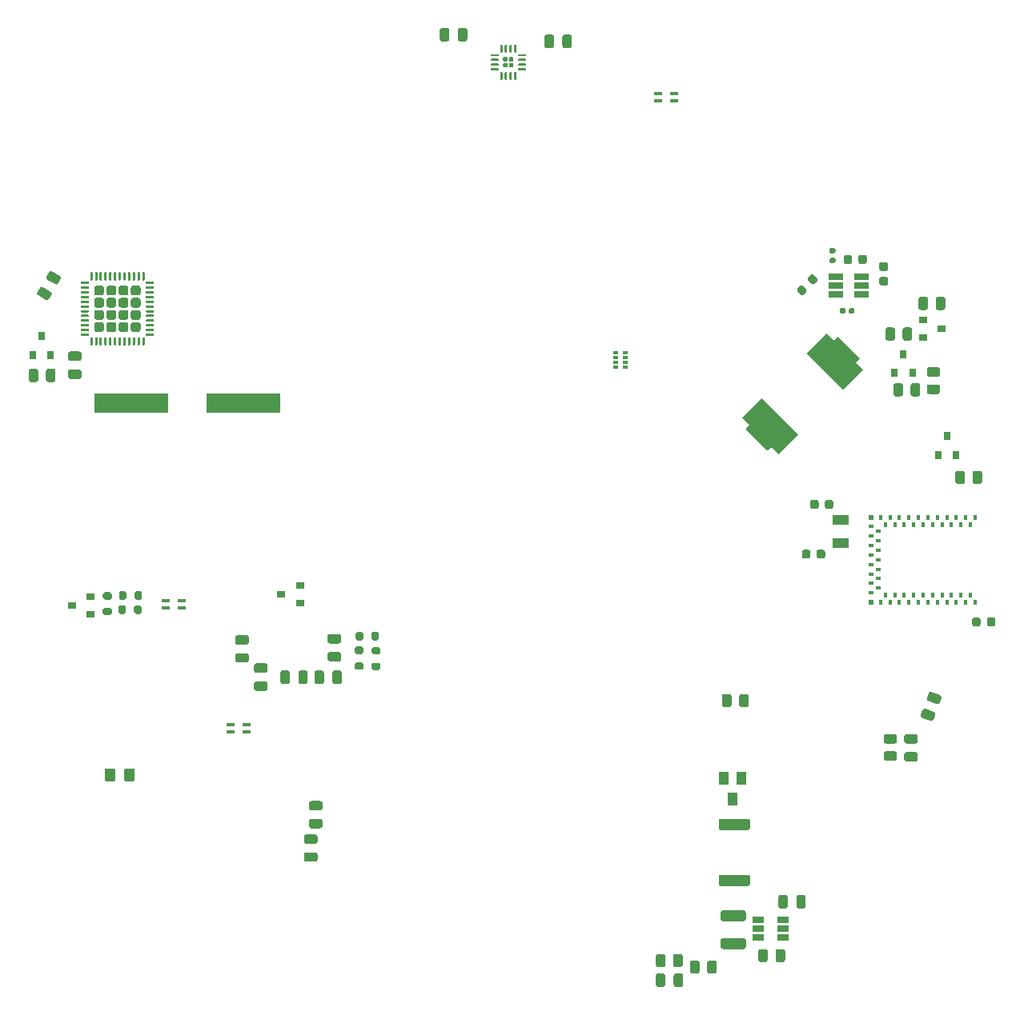
<source format=gbr>
G04 #@! TF.GenerationSoftware,KiCad,Pcbnew,(5.1.7)-1*
G04 #@! TF.CreationDate,2020-12-23T08:23:27-08:00*
G04 #@! TF.ProjectId,LCP_Controller,4c43505f-436f-46e7-9472-6f6c6c65722e,rev?*
G04 #@! TF.SameCoordinates,Original*
G04 #@! TF.FileFunction,Paste,Bot*
G04 #@! TF.FilePolarity,Positive*
%FSLAX46Y46*%
G04 Gerber Fmt 4.6, Leading zero omitted, Abs format (unit mm)*
G04 Created by KiCad (PCBNEW (5.1.7)-1) date 2020-12-23 08:23:27*
%MOMM*%
%LPD*%
G01*
G04 APERTURE LIST*
%ADD10R,0.400000X0.600000*%
%ADD11R,0.600000X0.600000*%
%ADD12R,0.600000X0.400000*%
%ADD13C,0.100000*%
%ADD14R,0.500000X0.400000*%
%ADD15R,0.500000X0.300000*%
%ADD16R,7.875000X2.000000*%
%ADD17R,1.800000X1.000000*%
%ADD18R,1.220000X0.650000*%
%ADD19R,1.560000X0.650000*%
%ADD20R,0.900000X0.400000*%
%ADD21R,0.900000X0.800000*%
%ADD22R,0.800000X0.900000*%
%ADD23R,1.000000X1.400000*%
G04 APERTURE END LIST*
D10*
X233324579Y-139218517D03*
X232824579Y-140018517D03*
X232324579Y-139218517D03*
X231824579Y-140018517D03*
X231324579Y-139218517D03*
X230824579Y-140018517D03*
X230324579Y-139218517D03*
X229824579Y-140018517D03*
X229324579Y-139218517D03*
X228824579Y-140018517D03*
X228324579Y-139218517D03*
X227824579Y-140018517D03*
X227324579Y-139218517D03*
X226824579Y-140018517D03*
X226324579Y-139218517D03*
X225824579Y-140018517D03*
X225324579Y-139218517D03*
X224824579Y-140018517D03*
X224324579Y-139218517D03*
X223824579Y-140018517D03*
X223324579Y-139218517D03*
D11*
X222324579Y-139218517D03*
D12*
X222324579Y-140218517D03*
X223124579Y-140718517D03*
X222324579Y-141218517D03*
X223124579Y-141718517D03*
X222324579Y-142218517D03*
X223124579Y-142718517D03*
X222324579Y-143218517D03*
X223124579Y-143718517D03*
X222324579Y-144218517D03*
X223124579Y-144718517D03*
X222324579Y-145218517D03*
X223124579Y-145718517D03*
X222324579Y-146218517D03*
X223124579Y-146718517D03*
X222324579Y-147218517D03*
D11*
X222324579Y-148218517D03*
D10*
X223324579Y-148218517D03*
X223824579Y-147418517D03*
X224324579Y-148218517D03*
X224824579Y-147418517D03*
X225324579Y-148218517D03*
X225824579Y-147418517D03*
X226324579Y-148218517D03*
X226824579Y-147418517D03*
X227324579Y-148218517D03*
X227824579Y-147418517D03*
X228324579Y-148218517D03*
X228824579Y-147418517D03*
X229324579Y-148218517D03*
X229824579Y-147418517D03*
X230324579Y-148218517D03*
X230824579Y-147418517D03*
X231324579Y-148218517D03*
X231824579Y-147418517D03*
X232324579Y-148218517D03*
X232824579Y-147418517D03*
X233324579Y-148218517D03*
D13*
G36*
X219401979Y-125689376D02*
G01*
X219393335Y-125693996D01*
X219383955Y-125696842D01*
X219374201Y-125697802D01*
X219364447Y-125696842D01*
X219355067Y-125693996D01*
X219346423Y-125689376D01*
X219338846Y-125683158D01*
X215567138Y-121911450D01*
X215560920Y-121903873D01*
X215556300Y-121895229D01*
X215553454Y-121885849D01*
X215552494Y-121876095D01*
X215553454Y-121866341D01*
X215556300Y-121856961D01*
X215560920Y-121848317D01*
X215567138Y-121840740D01*
X217632597Y-119775281D01*
X217640174Y-119769062D01*
X217648818Y-119764442D01*
X217658199Y-119761597D01*
X217667952Y-119760637D01*
X217677706Y-119761597D01*
X217687087Y-119764442D01*
X217695730Y-119769062D01*
X217703308Y-119775281D01*
X218431274Y-120503247D01*
X218800030Y-120134491D01*
X218807608Y-120128273D01*
X218816251Y-120123652D01*
X218825632Y-120120807D01*
X218835386Y-120119847D01*
X218845139Y-120120807D01*
X218854520Y-120123652D01*
X218863164Y-120128273D01*
X218870741Y-120134491D01*
X221115805Y-122379555D01*
X221122023Y-122387132D01*
X221126644Y-122395776D01*
X221129489Y-122405157D01*
X221130449Y-122414910D01*
X221129489Y-122424664D01*
X221126644Y-122434045D01*
X221122023Y-122442688D01*
X221115805Y-122450266D01*
X220747049Y-122819022D01*
X221475015Y-123546988D01*
X221481234Y-123554566D01*
X221485854Y-123563209D01*
X221488699Y-123572590D01*
X221489659Y-123582344D01*
X221488699Y-123592097D01*
X221485854Y-123601478D01*
X221481234Y-123610122D01*
X221475015Y-123617699D01*
X219409556Y-125683158D01*
X219401979Y-125689376D01*
G37*
G36*
X212576984Y-132514372D02*
G01*
X212568340Y-132518992D01*
X212558959Y-132521837D01*
X212549206Y-132522797D01*
X212539452Y-132521837D01*
X212530071Y-132518992D01*
X212521428Y-132514372D01*
X212513850Y-132508153D01*
X211785884Y-131780187D01*
X211417128Y-132148943D01*
X211409550Y-132155161D01*
X211400907Y-132159782D01*
X211391526Y-132162627D01*
X211381772Y-132163587D01*
X211372019Y-132162627D01*
X211362638Y-132159782D01*
X211353994Y-132155161D01*
X211346417Y-132148943D01*
X209101353Y-129903879D01*
X209095135Y-129896302D01*
X209090514Y-129887658D01*
X209087669Y-129878277D01*
X209086709Y-129868524D01*
X209087669Y-129858770D01*
X209090514Y-129849389D01*
X209095135Y-129840746D01*
X209101353Y-129833168D01*
X209470109Y-129464412D01*
X208742143Y-128736446D01*
X208735924Y-128728868D01*
X208731304Y-128720225D01*
X208728459Y-128710844D01*
X208727499Y-128701090D01*
X208728459Y-128691337D01*
X208731304Y-128681956D01*
X208735924Y-128673312D01*
X208742143Y-128665735D01*
X210762700Y-126645177D01*
X210770278Y-126638959D01*
X210778921Y-126634339D01*
X210788302Y-126631493D01*
X210798056Y-126630533D01*
X210807810Y-126631493D01*
X210817190Y-126634339D01*
X210825834Y-126638959D01*
X210833411Y-126645177D01*
X214605119Y-130416885D01*
X214611337Y-130424462D01*
X214615957Y-130433106D01*
X214618803Y-130442486D01*
X214619763Y-130452240D01*
X214618803Y-130461994D01*
X214615957Y-130471375D01*
X214611337Y-130480018D01*
X214605119Y-130487596D01*
X212584561Y-132508153D01*
X212576984Y-132514372D01*
G37*
D14*
X196342000Y-121801000D03*
D15*
X196342000Y-122301000D03*
D14*
X196342000Y-123301000D03*
D15*
X196342000Y-122801000D03*
D14*
X195342000Y-121801000D03*
D15*
X195342000Y-122801000D03*
X195342000Y-122301000D03*
D14*
X195342000Y-123301000D03*
D16*
X144081500Y-127127000D03*
X155956500Y-127127000D03*
D17*
X219138500Y-141986000D03*
X219138500Y-139486000D03*
G36*
G01*
X144036000Y-115492500D02*
X144036000Y-114952500D01*
G75*
G02*
X144286000Y-114702500I250000J0D01*
G01*
X144826000Y-114702500D01*
G75*
G02*
X145076000Y-114952500I0J-250000D01*
G01*
X145076000Y-115492500D01*
G75*
G02*
X144826000Y-115742500I-250000J0D01*
G01*
X144286000Y-115742500D01*
G75*
G02*
X144036000Y-115492500I0J250000D01*
G01*
G37*
G36*
G01*
X144036000Y-116782500D02*
X144036000Y-116242500D01*
G75*
G02*
X144286000Y-115992500I250000J0D01*
G01*
X144826000Y-115992500D01*
G75*
G02*
X145076000Y-116242500I0J-250000D01*
G01*
X145076000Y-116782500D01*
G75*
G02*
X144826000Y-117032500I-250000J0D01*
G01*
X144286000Y-117032500D01*
G75*
G02*
X144036000Y-116782500I0J250000D01*
G01*
G37*
G36*
G01*
X144036000Y-118072500D02*
X144036000Y-117532500D01*
G75*
G02*
X144286000Y-117282500I250000J0D01*
G01*
X144826000Y-117282500D01*
G75*
G02*
X145076000Y-117532500I0J-250000D01*
G01*
X145076000Y-118072500D01*
G75*
G02*
X144826000Y-118322500I-250000J0D01*
G01*
X144286000Y-118322500D01*
G75*
G02*
X144036000Y-118072500I0J250000D01*
G01*
G37*
G36*
G01*
X144036000Y-119362500D02*
X144036000Y-118822500D01*
G75*
G02*
X144286000Y-118572500I250000J0D01*
G01*
X144826000Y-118572500D01*
G75*
G02*
X145076000Y-118822500I0J-250000D01*
G01*
X145076000Y-119362500D01*
G75*
G02*
X144826000Y-119612500I-250000J0D01*
G01*
X144286000Y-119612500D01*
G75*
G02*
X144036000Y-119362500I0J250000D01*
G01*
G37*
G36*
G01*
X142746000Y-115492500D02*
X142746000Y-114952500D01*
G75*
G02*
X142996000Y-114702500I250000J0D01*
G01*
X143536000Y-114702500D01*
G75*
G02*
X143786000Y-114952500I0J-250000D01*
G01*
X143786000Y-115492500D01*
G75*
G02*
X143536000Y-115742500I-250000J0D01*
G01*
X142996000Y-115742500D01*
G75*
G02*
X142746000Y-115492500I0J250000D01*
G01*
G37*
G36*
G01*
X142746000Y-116782500D02*
X142746000Y-116242500D01*
G75*
G02*
X142996000Y-115992500I250000J0D01*
G01*
X143536000Y-115992500D01*
G75*
G02*
X143786000Y-116242500I0J-250000D01*
G01*
X143786000Y-116782500D01*
G75*
G02*
X143536000Y-117032500I-250000J0D01*
G01*
X142996000Y-117032500D01*
G75*
G02*
X142746000Y-116782500I0J250000D01*
G01*
G37*
G36*
G01*
X142746000Y-118072500D02*
X142746000Y-117532500D01*
G75*
G02*
X142996000Y-117282500I250000J0D01*
G01*
X143536000Y-117282500D01*
G75*
G02*
X143786000Y-117532500I0J-250000D01*
G01*
X143786000Y-118072500D01*
G75*
G02*
X143536000Y-118322500I-250000J0D01*
G01*
X142996000Y-118322500D01*
G75*
G02*
X142746000Y-118072500I0J250000D01*
G01*
G37*
G36*
G01*
X142746000Y-119362500D02*
X142746000Y-118822500D01*
G75*
G02*
X142996000Y-118572500I250000J0D01*
G01*
X143536000Y-118572500D01*
G75*
G02*
X143786000Y-118822500I0J-250000D01*
G01*
X143786000Y-119362500D01*
G75*
G02*
X143536000Y-119612500I-250000J0D01*
G01*
X142996000Y-119612500D01*
G75*
G02*
X142746000Y-119362500I0J250000D01*
G01*
G37*
G36*
G01*
X141456000Y-115492500D02*
X141456000Y-114952500D01*
G75*
G02*
X141706000Y-114702500I250000J0D01*
G01*
X142246000Y-114702500D01*
G75*
G02*
X142496000Y-114952500I0J-250000D01*
G01*
X142496000Y-115492500D01*
G75*
G02*
X142246000Y-115742500I-250000J0D01*
G01*
X141706000Y-115742500D01*
G75*
G02*
X141456000Y-115492500I0J250000D01*
G01*
G37*
G36*
G01*
X141456000Y-116782500D02*
X141456000Y-116242500D01*
G75*
G02*
X141706000Y-115992500I250000J0D01*
G01*
X142246000Y-115992500D01*
G75*
G02*
X142496000Y-116242500I0J-250000D01*
G01*
X142496000Y-116782500D01*
G75*
G02*
X142246000Y-117032500I-250000J0D01*
G01*
X141706000Y-117032500D01*
G75*
G02*
X141456000Y-116782500I0J250000D01*
G01*
G37*
G36*
G01*
X141456000Y-118072500D02*
X141456000Y-117532500D01*
G75*
G02*
X141706000Y-117282500I250000J0D01*
G01*
X142246000Y-117282500D01*
G75*
G02*
X142496000Y-117532500I0J-250000D01*
G01*
X142496000Y-118072500D01*
G75*
G02*
X142246000Y-118322500I-250000J0D01*
G01*
X141706000Y-118322500D01*
G75*
G02*
X141456000Y-118072500I0J250000D01*
G01*
G37*
G36*
G01*
X141456000Y-119362500D02*
X141456000Y-118822500D01*
G75*
G02*
X141706000Y-118572500I250000J0D01*
G01*
X142246000Y-118572500D01*
G75*
G02*
X142496000Y-118822500I0J-250000D01*
G01*
X142496000Y-119362500D01*
G75*
G02*
X142246000Y-119612500I-250000J0D01*
G01*
X141706000Y-119612500D01*
G75*
G02*
X141456000Y-119362500I0J250000D01*
G01*
G37*
G36*
G01*
X140166000Y-115492500D02*
X140166000Y-114952500D01*
G75*
G02*
X140416000Y-114702500I250000J0D01*
G01*
X140956000Y-114702500D01*
G75*
G02*
X141206000Y-114952500I0J-250000D01*
G01*
X141206000Y-115492500D01*
G75*
G02*
X140956000Y-115742500I-250000J0D01*
G01*
X140416000Y-115742500D01*
G75*
G02*
X140166000Y-115492500I0J250000D01*
G01*
G37*
G36*
G01*
X140166000Y-116782500D02*
X140166000Y-116242500D01*
G75*
G02*
X140416000Y-115992500I250000J0D01*
G01*
X140956000Y-115992500D01*
G75*
G02*
X141206000Y-116242500I0J-250000D01*
G01*
X141206000Y-116782500D01*
G75*
G02*
X140956000Y-117032500I-250000J0D01*
G01*
X140416000Y-117032500D01*
G75*
G02*
X140166000Y-116782500I0J250000D01*
G01*
G37*
G36*
G01*
X140166000Y-118072500D02*
X140166000Y-117532500D01*
G75*
G02*
X140416000Y-117282500I250000J0D01*
G01*
X140956000Y-117282500D01*
G75*
G02*
X141206000Y-117532500I0J-250000D01*
G01*
X141206000Y-118072500D01*
G75*
G02*
X140956000Y-118322500I-250000J0D01*
G01*
X140416000Y-118322500D01*
G75*
G02*
X140166000Y-118072500I0J250000D01*
G01*
G37*
G36*
G01*
X140166000Y-119362500D02*
X140166000Y-118822500D01*
G75*
G02*
X140416000Y-118572500I250000J0D01*
G01*
X140956000Y-118572500D01*
G75*
G02*
X141206000Y-118822500I0J-250000D01*
G01*
X141206000Y-119362500D01*
G75*
G02*
X140956000Y-119612500I-250000J0D01*
G01*
X140416000Y-119612500D01*
G75*
G02*
X140166000Y-119362500I0J250000D01*
G01*
G37*
G36*
G01*
X139746000Y-120970000D02*
X139746000Y-120220000D01*
G75*
G02*
X139808500Y-120157500I62500J0D01*
G01*
X139933500Y-120157500D01*
G75*
G02*
X139996000Y-120220000I0J-62500D01*
G01*
X139996000Y-120970000D01*
G75*
G02*
X139933500Y-121032500I-62500J0D01*
G01*
X139808500Y-121032500D01*
G75*
G02*
X139746000Y-120970000I0J62500D01*
G01*
G37*
G36*
G01*
X140246000Y-120970000D02*
X140246000Y-120220000D01*
G75*
G02*
X140308500Y-120157500I62500J0D01*
G01*
X140433500Y-120157500D01*
G75*
G02*
X140496000Y-120220000I0J-62500D01*
G01*
X140496000Y-120970000D01*
G75*
G02*
X140433500Y-121032500I-62500J0D01*
G01*
X140308500Y-121032500D01*
G75*
G02*
X140246000Y-120970000I0J62500D01*
G01*
G37*
G36*
G01*
X140746000Y-120970000D02*
X140746000Y-120220000D01*
G75*
G02*
X140808500Y-120157500I62500J0D01*
G01*
X140933500Y-120157500D01*
G75*
G02*
X140996000Y-120220000I0J-62500D01*
G01*
X140996000Y-120970000D01*
G75*
G02*
X140933500Y-121032500I-62500J0D01*
G01*
X140808500Y-121032500D01*
G75*
G02*
X140746000Y-120970000I0J62500D01*
G01*
G37*
G36*
G01*
X141246000Y-120970000D02*
X141246000Y-120220000D01*
G75*
G02*
X141308500Y-120157500I62500J0D01*
G01*
X141433500Y-120157500D01*
G75*
G02*
X141496000Y-120220000I0J-62500D01*
G01*
X141496000Y-120970000D01*
G75*
G02*
X141433500Y-121032500I-62500J0D01*
G01*
X141308500Y-121032500D01*
G75*
G02*
X141246000Y-120970000I0J62500D01*
G01*
G37*
G36*
G01*
X141746000Y-120970000D02*
X141746000Y-120220000D01*
G75*
G02*
X141808500Y-120157500I62500J0D01*
G01*
X141933500Y-120157500D01*
G75*
G02*
X141996000Y-120220000I0J-62500D01*
G01*
X141996000Y-120970000D01*
G75*
G02*
X141933500Y-121032500I-62500J0D01*
G01*
X141808500Y-121032500D01*
G75*
G02*
X141746000Y-120970000I0J62500D01*
G01*
G37*
G36*
G01*
X142246000Y-120970000D02*
X142246000Y-120220000D01*
G75*
G02*
X142308500Y-120157500I62500J0D01*
G01*
X142433500Y-120157500D01*
G75*
G02*
X142496000Y-120220000I0J-62500D01*
G01*
X142496000Y-120970000D01*
G75*
G02*
X142433500Y-121032500I-62500J0D01*
G01*
X142308500Y-121032500D01*
G75*
G02*
X142246000Y-120970000I0J62500D01*
G01*
G37*
G36*
G01*
X142746000Y-120970000D02*
X142746000Y-120220000D01*
G75*
G02*
X142808500Y-120157500I62500J0D01*
G01*
X142933500Y-120157500D01*
G75*
G02*
X142996000Y-120220000I0J-62500D01*
G01*
X142996000Y-120970000D01*
G75*
G02*
X142933500Y-121032500I-62500J0D01*
G01*
X142808500Y-121032500D01*
G75*
G02*
X142746000Y-120970000I0J62500D01*
G01*
G37*
G36*
G01*
X143246000Y-120970000D02*
X143246000Y-120220000D01*
G75*
G02*
X143308500Y-120157500I62500J0D01*
G01*
X143433500Y-120157500D01*
G75*
G02*
X143496000Y-120220000I0J-62500D01*
G01*
X143496000Y-120970000D01*
G75*
G02*
X143433500Y-121032500I-62500J0D01*
G01*
X143308500Y-121032500D01*
G75*
G02*
X143246000Y-120970000I0J62500D01*
G01*
G37*
G36*
G01*
X143746000Y-120970000D02*
X143746000Y-120220000D01*
G75*
G02*
X143808500Y-120157500I62500J0D01*
G01*
X143933500Y-120157500D01*
G75*
G02*
X143996000Y-120220000I0J-62500D01*
G01*
X143996000Y-120970000D01*
G75*
G02*
X143933500Y-121032500I-62500J0D01*
G01*
X143808500Y-121032500D01*
G75*
G02*
X143746000Y-120970000I0J62500D01*
G01*
G37*
G36*
G01*
X144246000Y-120970000D02*
X144246000Y-120220000D01*
G75*
G02*
X144308500Y-120157500I62500J0D01*
G01*
X144433500Y-120157500D01*
G75*
G02*
X144496000Y-120220000I0J-62500D01*
G01*
X144496000Y-120970000D01*
G75*
G02*
X144433500Y-121032500I-62500J0D01*
G01*
X144308500Y-121032500D01*
G75*
G02*
X144246000Y-120970000I0J62500D01*
G01*
G37*
G36*
G01*
X144746000Y-120970000D02*
X144746000Y-120220000D01*
G75*
G02*
X144808500Y-120157500I62500J0D01*
G01*
X144933500Y-120157500D01*
G75*
G02*
X144996000Y-120220000I0J-62500D01*
G01*
X144996000Y-120970000D01*
G75*
G02*
X144933500Y-121032500I-62500J0D01*
G01*
X144808500Y-121032500D01*
G75*
G02*
X144746000Y-120970000I0J62500D01*
G01*
G37*
G36*
G01*
X145246000Y-120970000D02*
X145246000Y-120220000D01*
G75*
G02*
X145308500Y-120157500I62500J0D01*
G01*
X145433500Y-120157500D01*
G75*
G02*
X145496000Y-120220000I0J-62500D01*
G01*
X145496000Y-120970000D01*
G75*
G02*
X145433500Y-121032500I-62500J0D01*
G01*
X145308500Y-121032500D01*
G75*
G02*
X145246000Y-120970000I0J62500D01*
G01*
G37*
G36*
G01*
X145621000Y-119970000D02*
X145621000Y-119845000D01*
G75*
G02*
X145683500Y-119782500I62500J0D01*
G01*
X146433500Y-119782500D01*
G75*
G02*
X146496000Y-119845000I0J-62500D01*
G01*
X146496000Y-119970000D01*
G75*
G02*
X146433500Y-120032500I-62500J0D01*
G01*
X145683500Y-120032500D01*
G75*
G02*
X145621000Y-119970000I0J62500D01*
G01*
G37*
G36*
G01*
X145621000Y-119470000D02*
X145621000Y-119345000D01*
G75*
G02*
X145683500Y-119282500I62500J0D01*
G01*
X146433500Y-119282500D01*
G75*
G02*
X146496000Y-119345000I0J-62500D01*
G01*
X146496000Y-119470000D01*
G75*
G02*
X146433500Y-119532500I-62500J0D01*
G01*
X145683500Y-119532500D01*
G75*
G02*
X145621000Y-119470000I0J62500D01*
G01*
G37*
G36*
G01*
X145621000Y-118970000D02*
X145621000Y-118845000D01*
G75*
G02*
X145683500Y-118782500I62500J0D01*
G01*
X146433500Y-118782500D01*
G75*
G02*
X146496000Y-118845000I0J-62500D01*
G01*
X146496000Y-118970000D01*
G75*
G02*
X146433500Y-119032500I-62500J0D01*
G01*
X145683500Y-119032500D01*
G75*
G02*
X145621000Y-118970000I0J62500D01*
G01*
G37*
G36*
G01*
X145621000Y-118470000D02*
X145621000Y-118345000D01*
G75*
G02*
X145683500Y-118282500I62500J0D01*
G01*
X146433500Y-118282500D01*
G75*
G02*
X146496000Y-118345000I0J-62500D01*
G01*
X146496000Y-118470000D01*
G75*
G02*
X146433500Y-118532500I-62500J0D01*
G01*
X145683500Y-118532500D01*
G75*
G02*
X145621000Y-118470000I0J62500D01*
G01*
G37*
G36*
G01*
X145621000Y-117970000D02*
X145621000Y-117845000D01*
G75*
G02*
X145683500Y-117782500I62500J0D01*
G01*
X146433500Y-117782500D01*
G75*
G02*
X146496000Y-117845000I0J-62500D01*
G01*
X146496000Y-117970000D01*
G75*
G02*
X146433500Y-118032500I-62500J0D01*
G01*
X145683500Y-118032500D01*
G75*
G02*
X145621000Y-117970000I0J62500D01*
G01*
G37*
G36*
G01*
X145621000Y-117470000D02*
X145621000Y-117345000D01*
G75*
G02*
X145683500Y-117282500I62500J0D01*
G01*
X146433500Y-117282500D01*
G75*
G02*
X146496000Y-117345000I0J-62500D01*
G01*
X146496000Y-117470000D01*
G75*
G02*
X146433500Y-117532500I-62500J0D01*
G01*
X145683500Y-117532500D01*
G75*
G02*
X145621000Y-117470000I0J62500D01*
G01*
G37*
G36*
G01*
X145621000Y-116970000D02*
X145621000Y-116845000D01*
G75*
G02*
X145683500Y-116782500I62500J0D01*
G01*
X146433500Y-116782500D01*
G75*
G02*
X146496000Y-116845000I0J-62500D01*
G01*
X146496000Y-116970000D01*
G75*
G02*
X146433500Y-117032500I-62500J0D01*
G01*
X145683500Y-117032500D01*
G75*
G02*
X145621000Y-116970000I0J62500D01*
G01*
G37*
G36*
G01*
X145621000Y-116470000D02*
X145621000Y-116345000D01*
G75*
G02*
X145683500Y-116282500I62500J0D01*
G01*
X146433500Y-116282500D01*
G75*
G02*
X146496000Y-116345000I0J-62500D01*
G01*
X146496000Y-116470000D01*
G75*
G02*
X146433500Y-116532500I-62500J0D01*
G01*
X145683500Y-116532500D01*
G75*
G02*
X145621000Y-116470000I0J62500D01*
G01*
G37*
G36*
G01*
X145621000Y-115970000D02*
X145621000Y-115845000D01*
G75*
G02*
X145683500Y-115782500I62500J0D01*
G01*
X146433500Y-115782500D01*
G75*
G02*
X146496000Y-115845000I0J-62500D01*
G01*
X146496000Y-115970000D01*
G75*
G02*
X146433500Y-116032500I-62500J0D01*
G01*
X145683500Y-116032500D01*
G75*
G02*
X145621000Y-115970000I0J62500D01*
G01*
G37*
G36*
G01*
X145621000Y-115470000D02*
X145621000Y-115345000D01*
G75*
G02*
X145683500Y-115282500I62500J0D01*
G01*
X146433500Y-115282500D01*
G75*
G02*
X146496000Y-115345000I0J-62500D01*
G01*
X146496000Y-115470000D01*
G75*
G02*
X146433500Y-115532500I-62500J0D01*
G01*
X145683500Y-115532500D01*
G75*
G02*
X145621000Y-115470000I0J62500D01*
G01*
G37*
G36*
G01*
X145621000Y-114970000D02*
X145621000Y-114845000D01*
G75*
G02*
X145683500Y-114782500I62500J0D01*
G01*
X146433500Y-114782500D01*
G75*
G02*
X146496000Y-114845000I0J-62500D01*
G01*
X146496000Y-114970000D01*
G75*
G02*
X146433500Y-115032500I-62500J0D01*
G01*
X145683500Y-115032500D01*
G75*
G02*
X145621000Y-114970000I0J62500D01*
G01*
G37*
G36*
G01*
X145621000Y-114470000D02*
X145621000Y-114345000D01*
G75*
G02*
X145683500Y-114282500I62500J0D01*
G01*
X146433500Y-114282500D01*
G75*
G02*
X146496000Y-114345000I0J-62500D01*
G01*
X146496000Y-114470000D01*
G75*
G02*
X146433500Y-114532500I-62500J0D01*
G01*
X145683500Y-114532500D01*
G75*
G02*
X145621000Y-114470000I0J62500D01*
G01*
G37*
G36*
G01*
X145246000Y-114095000D02*
X145246000Y-113345000D01*
G75*
G02*
X145308500Y-113282500I62500J0D01*
G01*
X145433500Y-113282500D01*
G75*
G02*
X145496000Y-113345000I0J-62500D01*
G01*
X145496000Y-114095000D01*
G75*
G02*
X145433500Y-114157500I-62500J0D01*
G01*
X145308500Y-114157500D01*
G75*
G02*
X145246000Y-114095000I0J62500D01*
G01*
G37*
G36*
G01*
X144746000Y-114095000D02*
X144746000Y-113345000D01*
G75*
G02*
X144808500Y-113282500I62500J0D01*
G01*
X144933500Y-113282500D01*
G75*
G02*
X144996000Y-113345000I0J-62500D01*
G01*
X144996000Y-114095000D01*
G75*
G02*
X144933500Y-114157500I-62500J0D01*
G01*
X144808500Y-114157500D01*
G75*
G02*
X144746000Y-114095000I0J62500D01*
G01*
G37*
G36*
G01*
X144246000Y-114095000D02*
X144246000Y-113345000D01*
G75*
G02*
X144308500Y-113282500I62500J0D01*
G01*
X144433500Y-113282500D01*
G75*
G02*
X144496000Y-113345000I0J-62500D01*
G01*
X144496000Y-114095000D01*
G75*
G02*
X144433500Y-114157500I-62500J0D01*
G01*
X144308500Y-114157500D01*
G75*
G02*
X144246000Y-114095000I0J62500D01*
G01*
G37*
G36*
G01*
X143746000Y-114095000D02*
X143746000Y-113345000D01*
G75*
G02*
X143808500Y-113282500I62500J0D01*
G01*
X143933500Y-113282500D01*
G75*
G02*
X143996000Y-113345000I0J-62500D01*
G01*
X143996000Y-114095000D01*
G75*
G02*
X143933500Y-114157500I-62500J0D01*
G01*
X143808500Y-114157500D01*
G75*
G02*
X143746000Y-114095000I0J62500D01*
G01*
G37*
G36*
G01*
X143246000Y-114095000D02*
X143246000Y-113345000D01*
G75*
G02*
X143308500Y-113282500I62500J0D01*
G01*
X143433500Y-113282500D01*
G75*
G02*
X143496000Y-113345000I0J-62500D01*
G01*
X143496000Y-114095000D01*
G75*
G02*
X143433500Y-114157500I-62500J0D01*
G01*
X143308500Y-114157500D01*
G75*
G02*
X143246000Y-114095000I0J62500D01*
G01*
G37*
G36*
G01*
X142746000Y-114095000D02*
X142746000Y-113345000D01*
G75*
G02*
X142808500Y-113282500I62500J0D01*
G01*
X142933500Y-113282500D01*
G75*
G02*
X142996000Y-113345000I0J-62500D01*
G01*
X142996000Y-114095000D01*
G75*
G02*
X142933500Y-114157500I-62500J0D01*
G01*
X142808500Y-114157500D01*
G75*
G02*
X142746000Y-114095000I0J62500D01*
G01*
G37*
G36*
G01*
X142246000Y-114095000D02*
X142246000Y-113345000D01*
G75*
G02*
X142308500Y-113282500I62500J0D01*
G01*
X142433500Y-113282500D01*
G75*
G02*
X142496000Y-113345000I0J-62500D01*
G01*
X142496000Y-114095000D01*
G75*
G02*
X142433500Y-114157500I-62500J0D01*
G01*
X142308500Y-114157500D01*
G75*
G02*
X142246000Y-114095000I0J62500D01*
G01*
G37*
G36*
G01*
X141746000Y-114095000D02*
X141746000Y-113345000D01*
G75*
G02*
X141808500Y-113282500I62500J0D01*
G01*
X141933500Y-113282500D01*
G75*
G02*
X141996000Y-113345000I0J-62500D01*
G01*
X141996000Y-114095000D01*
G75*
G02*
X141933500Y-114157500I-62500J0D01*
G01*
X141808500Y-114157500D01*
G75*
G02*
X141746000Y-114095000I0J62500D01*
G01*
G37*
G36*
G01*
X141246000Y-114095000D02*
X141246000Y-113345000D01*
G75*
G02*
X141308500Y-113282500I62500J0D01*
G01*
X141433500Y-113282500D01*
G75*
G02*
X141496000Y-113345000I0J-62500D01*
G01*
X141496000Y-114095000D01*
G75*
G02*
X141433500Y-114157500I-62500J0D01*
G01*
X141308500Y-114157500D01*
G75*
G02*
X141246000Y-114095000I0J62500D01*
G01*
G37*
G36*
G01*
X140746000Y-114095000D02*
X140746000Y-113345000D01*
G75*
G02*
X140808500Y-113282500I62500J0D01*
G01*
X140933500Y-113282500D01*
G75*
G02*
X140996000Y-113345000I0J-62500D01*
G01*
X140996000Y-114095000D01*
G75*
G02*
X140933500Y-114157500I-62500J0D01*
G01*
X140808500Y-114157500D01*
G75*
G02*
X140746000Y-114095000I0J62500D01*
G01*
G37*
G36*
G01*
X140246000Y-114095000D02*
X140246000Y-113345000D01*
G75*
G02*
X140308500Y-113282500I62500J0D01*
G01*
X140433500Y-113282500D01*
G75*
G02*
X140496000Y-113345000I0J-62500D01*
G01*
X140496000Y-114095000D01*
G75*
G02*
X140433500Y-114157500I-62500J0D01*
G01*
X140308500Y-114157500D01*
G75*
G02*
X140246000Y-114095000I0J62500D01*
G01*
G37*
G36*
G01*
X139746000Y-114095000D02*
X139746000Y-113345000D01*
G75*
G02*
X139808500Y-113282500I62500J0D01*
G01*
X139933500Y-113282500D01*
G75*
G02*
X139996000Y-113345000I0J-62500D01*
G01*
X139996000Y-114095000D01*
G75*
G02*
X139933500Y-114157500I-62500J0D01*
G01*
X139808500Y-114157500D01*
G75*
G02*
X139746000Y-114095000I0J62500D01*
G01*
G37*
G36*
G01*
X138746000Y-114470000D02*
X138746000Y-114345000D01*
G75*
G02*
X138808500Y-114282500I62500J0D01*
G01*
X139558500Y-114282500D01*
G75*
G02*
X139621000Y-114345000I0J-62500D01*
G01*
X139621000Y-114470000D01*
G75*
G02*
X139558500Y-114532500I-62500J0D01*
G01*
X138808500Y-114532500D01*
G75*
G02*
X138746000Y-114470000I0J62500D01*
G01*
G37*
G36*
G01*
X138746000Y-114970000D02*
X138746000Y-114845000D01*
G75*
G02*
X138808500Y-114782500I62500J0D01*
G01*
X139558500Y-114782500D01*
G75*
G02*
X139621000Y-114845000I0J-62500D01*
G01*
X139621000Y-114970000D01*
G75*
G02*
X139558500Y-115032500I-62500J0D01*
G01*
X138808500Y-115032500D01*
G75*
G02*
X138746000Y-114970000I0J62500D01*
G01*
G37*
G36*
G01*
X138746000Y-115470000D02*
X138746000Y-115345000D01*
G75*
G02*
X138808500Y-115282500I62500J0D01*
G01*
X139558500Y-115282500D01*
G75*
G02*
X139621000Y-115345000I0J-62500D01*
G01*
X139621000Y-115470000D01*
G75*
G02*
X139558500Y-115532500I-62500J0D01*
G01*
X138808500Y-115532500D01*
G75*
G02*
X138746000Y-115470000I0J62500D01*
G01*
G37*
G36*
G01*
X138746000Y-115970000D02*
X138746000Y-115845000D01*
G75*
G02*
X138808500Y-115782500I62500J0D01*
G01*
X139558500Y-115782500D01*
G75*
G02*
X139621000Y-115845000I0J-62500D01*
G01*
X139621000Y-115970000D01*
G75*
G02*
X139558500Y-116032500I-62500J0D01*
G01*
X138808500Y-116032500D01*
G75*
G02*
X138746000Y-115970000I0J62500D01*
G01*
G37*
G36*
G01*
X138746000Y-116470000D02*
X138746000Y-116345000D01*
G75*
G02*
X138808500Y-116282500I62500J0D01*
G01*
X139558500Y-116282500D01*
G75*
G02*
X139621000Y-116345000I0J-62500D01*
G01*
X139621000Y-116470000D01*
G75*
G02*
X139558500Y-116532500I-62500J0D01*
G01*
X138808500Y-116532500D01*
G75*
G02*
X138746000Y-116470000I0J62500D01*
G01*
G37*
G36*
G01*
X138746000Y-116970000D02*
X138746000Y-116845000D01*
G75*
G02*
X138808500Y-116782500I62500J0D01*
G01*
X139558500Y-116782500D01*
G75*
G02*
X139621000Y-116845000I0J-62500D01*
G01*
X139621000Y-116970000D01*
G75*
G02*
X139558500Y-117032500I-62500J0D01*
G01*
X138808500Y-117032500D01*
G75*
G02*
X138746000Y-116970000I0J62500D01*
G01*
G37*
G36*
G01*
X138746000Y-117470000D02*
X138746000Y-117345000D01*
G75*
G02*
X138808500Y-117282500I62500J0D01*
G01*
X139558500Y-117282500D01*
G75*
G02*
X139621000Y-117345000I0J-62500D01*
G01*
X139621000Y-117470000D01*
G75*
G02*
X139558500Y-117532500I-62500J0D01*
G01*
X138808500Y-117532500D01*
G75*
G02*
X138746000Y-117470000I0J62500D01*
G01*
G37*
G36*
G01*
X138746000Y-117970000D02*
X138746000Y-117845000D01*
G75*
G02*
X138808500Y-117782500I62500J0D01*
G01*
X139558500Y-117782500D01*
G75*
G02*
X139621000Y-117845000I0J-62500D01*
G01*
X139621000Y-117970000D01*
G75*
G02*
X139558500Y-118032500I-62500J0D01*
G01*
X138808500Y-118032500D01*
G75*
G02*
X138746000Y-117970000I0J62500D01*
G01*
G37*
G36*
G01*
X138746000Y-118470000D02*
X138746000Y-118345000D01*
G75*
G02*
X138808500Y-118282500I62500J0D01*
G01*
X139558500Y-118282500D01*
G75*
G02*
X139621000Y-118345000I0J-62500D01*
G01*
X139621000Y-118470000D01*
G75*
G02*
X139558500Y-118532500I-62500J0D01*
G01*
X138808500Y-118532500D01*
G75*
G02*
X138746000Y-118470000I0J62500D01*
G01*
G37*
G36*
G01*
X138746000Y-118970000D02*
X138746000Y-118845000D01*
G75*
G02*
X138808500Y-118782500I62500J0D01*
G01*
X139558500Y-118782500D01*
G75*
G02*
X139621000Y-118845000I0J-62500D01*
G01*
X139621000Y-118970000D01*
G75*
G02*
X139558500Y-119032500I-62500J0D01*
G01*
X138808500Y-119032500D01*
G75*
G02*
X138746000Y-118970000I0J62500D01*
G01*
G37*
G36*
G01*
X138746000Y-119470000D02*
X138746000Y-119345000D01*
G75*
G02*
X138808500Y-119282500I62500J0D01*
G01*
X139558500Y-119282500D01*
G75*
G02*
X139621000Y-119345000I0J-62500D01*
G01*
X139621000Y-119470000D01*
G75*
G02*
X139558500Y-119532500I-62500J0D01*
G01*
X138808500Y-119532500D01*
G75*
G02*
X138746000Y-119470000I0J62500D01*
G01*
G37*
G36*
G01*
X138746000Y-119970000D02*
X138746000Y-119845000D01*
G75*
G02*
X138808500Y-119782500I62500J0D01*
G01*
X139558500Y-119782500D01*
G75*
G02*
X139621000Y-119845000I0J-62500D01*
G01*
X139621000Y-119970000D01*
G75*
G02*
X139558500Y-120032500I-62500J0D01*
G01*
X138808500Y-120032500D01*
G75*
G02*
X138746000Y-119970000I0J62500D01*
G01*
G37*
D18*
X210409579Y-181823517D03*
X210409579Y-182773517D03*
X210409579Y-183723517D03*
X213029579Y-183723517D03*
X213029579Y-182773517D03*
X213029579Y-181823517D03*
D19*
X221288600Y-114681000D03*
X221288600Y-115631000D03*
X221288600Y-113731000D03*
X218588600Y-113731000D03*
X218588600Y-114681000D03*
X218588600Y-115631000D03*
G36*
G01*
X184019500Y-90874000D02*
X184019500Y-90624000D01*
G75*
G02*
X184144500Y-90499000I125000J0D01*
G01*
X184394500Y-90499000D01*
G75*
G02*
X184519500Y-90624000I0J-125000D01*
G01*
X184519500Y-90874000D01*
G75*
G02*
X184394500Y-90999000I-125000J0D01*
G01*
X184144500Y-90999000D01*
G75*
G02*
X184019500Y-90874000I0J125000D01*
G01*
G37*
G36*
G01*
X184019500Y-91494000D02*
X184019500Y-91244000D01*
G75*
G02*
X184144500Y-91119000I125000J0D01*
G01*
X184394500Y-91119000D01*
G75*
G02*
X184519500Y-91244000I0J-125000D01*
G01*
X184519500Y-91494000D01*
G75*
G02*
X184394500Y-91619000I-125000J0D01*
G01*
X184144500Y-91619000D01*
G75*
G02*
X184019500Y-91494000I0J125000D01*
G01*
G37*
G36*
G01*
X183399500Y-90874000D02*
X183399500Y-90624000D01*
G75*
G02*
X183524500Y-90499000I125000J0D01*
G01*
X183774500Y-90499000D01*
G75*
G02*
X183899500Y-90624000I0J-125000D01*
G01*
X183899500Y-90874000D01*
G75*
G02*
X183774500Y-90999000I-125000J0D01*
G01*
X183524500Y-90999000D01*
G75*
G02*
X183399500Y-90874000I0J125000D01*
G01*
G37*
G36*
G01*
X183399500Y-91494000D02*
X183399500Y-91244000D01*
G75*
G02*
X183524500Y-91119000I125000J0D01*
G01*
X183774500Y-91119000D01*
G75*
G02*
X183899500Y-91244000I0J-125000D01*
G01*
X183899500Y-91494000D01*
G75*
G02*
X183774500Y-91619000I-125000J0D01*
G01*
X183524500Y-91619000D01*
G75*
G02*
X183399500Y-91494000I0J125000D01*
G01*
G37*
G36*
G01*
X183084500Y-92846500D02*
X183084500Y-92146500D01*
G75*
G02*
X183147000Y-92084000I62500J0D01*
G01*
X183272000Y-92084000D01*
G75*
G02*
X183334500Y-92146500I0J-62500D01*
G01*
X183334500Y-92846500D01*
G75*
G02*
X183272000Y-92909000I-62500J0D01*
G01*
X183147000Y-92909000D01*
G75*
G02*
X183084500Y-92846500I0J62500D01*
G01*
G37*
G36*
G01*
X183584500Y-92846500D02*
X183584500Y-92146500D01*
G75*
G02*
X183647000Y-92084000I62500J0D01*
G01*
X183772000Y-92084000D01*
G75*
G02*
X183834500Y-92146500I0J-62500D01*
G01*
X183834500Y-92846500D01*
G75*
G02*
X183772000Y-92909000I-62500J0D01*
G01*
X183647000Y-92909000D01*
G75*
G02*
X183584500Y-92846500I0J62500D01*
G01*
G37*
G36*
G01*
X184084500Y-92846500D02*
X184084500Y-92146500D01*
G75*
G02*
X184147000Y-92084000I62500J0D01*
G01*
X184272000Y-92084000D01*
G75*
G02*
X184334500Y-92146500I0J-62500D01*
G01*
X184334500Y-92846500D01*
G75*
G02*
X184272000Y-92909000I-62500J0D01*
G01*
X184147000Y-92909000D01*
G75*
G02*
X184084500Y-92846500I0J62500D01*
G01*
G37*
G36*
G01*
X184584500Y-92846500D02*
X184584500Y-92146500D01*
G75*
G02*
X184647000Y-92084000I62500J0D01*
G01*
X184772000Y-92084000D01*
G75*
G02*
X184834500Y-92146500I0J-62500D01*
G01*
X184834500Y-92846500D01*
G75*
G02*
X184772000Y-92909000I-62500J0D01*
G01*
X184647000Y-92909000D01*
G75*
G02*
X184584500Y-92846500I0J62500D01*
G01*
G37*
G36*
G01*
X184984500Y-91871500D02*
X184984500Y-91746500D01*
G75*
G02*
X185047000Y-91684000I62500J0D01*
G01*
X185747000Y-91684000D01*
G75*
G02*
X185809500Y-91746500I0J-62500D01*
G01*
X185809500Y-91871500D01*
G75*
G02*
X185747000Y-91934000I-62500J0D01*
G01*
X185047000Y-91934000D01*
G75*
G02*
X184984500Y-91871500I0J62500D01*
G01*
G37*
G36*
G01*
X184984500Y-91371500D02*
X184984500Y-91246500D01*
G75*
G02*
X185047000Y-91184000I62500J0D01*
G01*
X185747000Y-91184000D01*
G75*
G02*
X185809500Y-91246500I0J-62500D01*
G01*
X185809500Y-91371500D01*
G75*
G02*
X185747000Y-91434000I-62500J0D01*
G01*
X185047000Y-91434000D01*
G75*
G02*
X184984500Y-91371500I0J62500D01*
G01*
G37*
G36*
G01*
X184984500Y-90871500D02*
X184984500Y-90746500D01*
G75*
G02*
X185047000Y-90684000I62500J0D01*
G01*
X185747000Y-90684000D01*
G75*
G02*
X185809500Y-90746500I0J-62500D01*
G01*
X185809500Y-90871500D01*
G75*
G02*
X185747000Y-90934000I-62500J0D01*
G01*
X185047000Y-90934000D01*
G75*
G02*
X184984500Y-90871500I0J62500D01*
G01*
G37*
G36*
G01*
X184984500Y-90371500D02*
X184984500Y-90246500D01*
G75*
G02*
X185047000Y-90184000I62500J0D01*
G01*
X185747000Y-90184000D01*
G75*
G02*
X185809500Y-90246500I0J-62500D01*
G01*
X185809500Y-90371500D01*
G75*
G02*
X185747000Y-90434000I-62500J0D01*
G01*
X185047000Y-90434000D01*
G75*
G02*
X184984500Y-90371500I0J62500D01*
G01*
G37*
G36*
G01*
X184584500Y-89971500D02*
X184584500Y-89271500D01*
G75*
G02*
X184647000Y-89209000I62500J0D01*
G01*
X184772000Y-89209000D01*
G75*
G02*
X184834500Y-89271500I0J-62500D01*
G01*
X184834500Y-89971500D01*
G75*
G02*
X184772000Y-90034000I-62500J0D01*
G01*
X184647000Y-90034000D01*
G75*
G02*
X184584500Y-89971500I0J62500D01*
G01*
G37*
G36*
G01*
X184084500Y-89971500D02*
X184084500Y-89271500D01*
G75*
G02*
X184147000Y-89209000I62500J0D01*
G01*
X184272000Y-89209000D01*
G75*
G02*
X184334500Y-89271500I0J-62500D01*
G01*
X184334500Y-89971500D01*
G75*
G02*
X184272000Y-90034000I-62500J0D01*
G01*
X184147000Y-90034000D01*
G75*
G02*
X184084500Y-89971500I0J62500D01*
G01*
G37*
G36*
G01*
X183584500Y-89971500D02*
X183584500Y-89271500D01*
G75*
G02*
X183647000Y-89209000I62500J0D01*
G01*
X183772000Y-89209000D01*
G75*
G02*
X183834500Y-89271500I0J-62500D01*
G01*
X183834500Y-89971500D01*
G75*
G02*
X183772000Y-90034000I-62500J0D01*
G01*
X183647000Y-90034000D01*
G75*
G02*
X183584500Y-89971500I0J62500D01*
G01*
G37*
G36*
G01*
X183084500Y-89971500D02*
X183084500Y-89271500D01*
G75*
G02*
X183147000Y-89209000I62500J0D01*
G01*
X183272000Y-89209000D01*
G75*
G02*
X183334500Y-89271500I0J-62500D01*
G01*
X183334500Y-89971500D01*
G75*
G02*
X183272000Y-90034000I-62500J0D01*
G01*
X183147000Y-90034000D01*
G75*
G02*
X183084500Y-89971500I0J62500D01*
G01*
G37*
G36*
G01*
X182109500Y-90371500D02*
X182109500Y-90246500D01*
G75*
G02*
X182172000Y-90184000I62500J0D01*
G01*
X182872000Y-90184000D01*
G75*
G02*
X182934500Y-90246500I0J-62500D01*
G01*
X182934500Y-90371500D01*
G75*
G02*
X182872000Y-90434000I-62500J0D01*
G01*
X182172000Y-90434000D01*
G75*
G02*
X182109500Y-90371500I0J62500D01*
G01*
G37*
G36*
G01*
X182109500Y-90871500D02*
X182109500Y-90746500D01*
G75*
G02*
X182172000Y-90684000I62500J0D01*
G01*
X182872000Y-90684000D01*
G75*
G02*
X182934500Y-90746500I0J-62500D01*
G01*
X182934500Y-90871500D01*
G75*
G02*
X182872000Y-90934000I-62500J0D01*
G01*
X182172000Y-90934000D01*
G75*
G02*
X182109500Y-90871500I0J62500D01*
G01*
G37*
G36*
G01*
X182109500Y-91371500D02*
X182109500Y-91246500D01*
G75*
G02*
X182172000Y-91184000I62500J0D01*
G01*
X182872000Y-91184000D01*
G75*
G02*
X182934500Y-91246500I0J-62500D01*
G01*
X182934500Y-91371500D01*
G75*
G02*
X182872000Y-91434000I-62500J0D01*
G01*
X182172000Y-91434000D01*
G75*
G02*
X182109500Y-91371500I0J62500D01*
G01*
G37*
G36*
G01*
X182109500Y-91871500D02*
X182109500Y-91746500D01*
G75*
G02*
X182172000Y-91684000I62500J0D01*
G01*
X182872000Y-91684000D01*
G75*
G02*
X182934500Y-91746500I0J-62500D01*
G01*
X182934500Y-91871500D01*
G75*
G02*
X182872000Y-91934000I-62500J0D01*
G01*
X182172000Y-91934000D01*
G75*
G02*
X182109500Y-91871500I0J62500D01*
G01*
G37*
D20*
X156273500Y-161963000D03*
X156273500Y-161163000D03*
X154573500Y-161163000D03*
X154573500Y-161963000D03*
X149428200Y-148856600D03*
X149428200Y-148056600D03*
X147728200Y-148056600D03*
X147728200Y-148856600D03*
X199810000Y-94342000D03*
X199810000Y-95142000D03*
X201510000Y-95142000D03*
X201510000Y-94342000D03*
G36*
G01*
X208362500Y-159073002D02*
X208362500Y-158172998D01*
G75*
G02*
X208612498Y-157923000I249998J0D01*
G01*
X209137502Y-157923000D01*
G75*
G02*
X209387500Y-158172998I0J-249998D01*
G01*
X209387500Y-159073002D01*
G75*
G02*
X209137502Y-159323000I-249998J0D01*
G01*
X208612498Y-159323000D01*
G75*
G02*
X208362500Y-159073002I0J249998D01*
G01*
G37*
G36*
G01*
X206537500Y-159073002D02*
X206537500Y-158172998D01*
G75*
G02*
X206787498Y-157923000I249998J0D01*
G01*
X207312502Y-157923000D01*
G75*
G02*
X207562500Y-158172998I0J-249998D01*
G01*
X207562500Y-159073002D01*
G75*
G02*
X207312502Y-159323000I-249998J0D01*
G01*
X206787498Y-159323000D01*
G75*
G02*
X206537500Y-159073002I0J249998D01*
G01*
G37*
G36*
G01*
X233040500Y-135451002D02*
X233040500Y-134550998D01*
G75*
G02*
X233290498Y-134301000I249998J0D01*
G01*
X233815502Y-134301000D01*
G75*
G02*
X234065500Y-134550998I0J-249998D01*
G01*
X234065500Y-135451002D01*
G75*
G02*
X233815502Y-135701000I-249998J0D01*
G01*
X233290498Y-135701000D01*
G75*
G02*
X233040500Y-135451002I0J249998D01*
G01*
G37*
G36*
G01*
X231215500Y-135451002D02*
X231215500Y-134550998D01*
G75*
G02*
X231465498Y-134301000I249998J0D01*
G01*
X231990502Y-134301000D01*
G75*
G02*
X232240500Y-134550998I0J-249998D01*
G01*
X232240500Y-135451002D01*
G75*
G02*
X231990502Y-135701000I-249998J0D01*
G01*
X231465498Y-135701000D01*
G75*
G02*
X231215500Y-135451002I0J249998D01*
G01*
G37*
G36*
G01*
X229150500Y-117036002D02*
X229150500Y-116135998D01*
G75*
G02*
X229400498Y-115886000I249998J0D01*
G01*
X229925502Y-115886000D01*
G75*
G02*
X230175500Y-116135998I0J-249998D01*
G01*
X230175500Y-117036002D01*
G75*
G02*
X229925502Y-117286000I-249998J0D01*
G01*
X229400498Y-117286000D01*
G75*
G02*
X229150500Y-117036002I0J249998D01*
G01*
G37*
G36*
G01*
X227325500Y-117036002D02*
X227325500Y-116135998D01*
G75*
G02*
X227575498Y-115886000I249998J0D01*
G01*
X228100502Y-115886000D01*
G75*
G02*
X228350500Y-116135998I0J-249998D01*
G01*
X228350500Y-117036002D01*
G75*
G02*
X228100502Y-117286000I-249998J0D01*
G01*
X227575498Y-117286000D01*
G75*
G02*
X227325500Y-117036002I0J249998D01*
G01*
G37*
G36*
G01*
X224858000Y-119374498D02*
X224858000Y-120274502D01*
G75*
G02*
X224608002Y-120524500I-249998J0D01*
G01*
X224082998Y-120524500D01*
G75*
G02*
X223833000Y-120274502I0J249998D01*
G01*
X223833000Y-119374498D01*
G75*
G02*
X224082998Y-119124500I249998J0D01*
G01*
X224608002Y-119124500D01*
G75*
G02*
X224858000Y-119374498I0J-249998D01*
G01*
G37*
G36*
G01*
X226683000Y-119374498D02*
X226683000Y-120274502D01*
G75*
G02*
X226433002Y-120524500I-249998J0D01*
G01*
X225907998Y-120524500D01*
G75*
G02*
X225658000Y-120274502I0J249998D01*
G01*
X225658000Y-119374498D01*
G75*
G02*
X225907998Y-119124500I249998J0D01*
G01*
X226433002Y-119124500D01*
G75*
G02*
X226683000Y-119374498I0J-249998D01*
G01*
G37*
G36*
G01*
X226500000Y-126180002D02*
X226500000Y-125279998D01*
G75*
G02*
X226749998Y-125030000I249998J0D01*
G01*
X227275002Y-125030000D01*
G75*
G02*
X227525000Y-125279998I0J-249998D01*
G01*
X227525000Y-126180002D01*
G75*
G02*
X227275002Y-126430000I-249998J0D01*
G01*
X226749998Y-126430000D01*
G75*
G02*
X226500000Y-126180002I0J249998D01*
G01*
G37*
G36*
G01*
X224675000Y-126180002D02*
X224675000Y-125279998D01*
G75*
G02*
X224924998Y-125030000I249998J0D01*
G01*
X225450002Y-125030000D01*
G75*
G02*
X225700000Y-125279998I0J-249998D01*
G01*
X225700000Y-126180002D01*
G75*
G02*
X225450002Y-126430000I-249998J0D01*
G01*
X224924998Y-126430000D01*
G75*
G02*
X224675000Y-126180002I0J249998D01*
G01*
G37*
G36*
G01*
X229367502Y-124354000D02*
X228467498Y-124354000D01*
G75*
G02*
X228217500Y-124104002I0J249998D01*
G01*
X228217500Y-123578998D01*
G75*
G02*
X228467498Y-123329000I249998J0D01*
G01*
X229367502Y-123329000D01*
G75*
G02*
X229617500Y-123578998I0J-249998D01*
G01*
X229617500Y-124104002D01*
G75*
G02*
X229367502Y-124354000I-249998J0D01*
G01*
G37*
G36*
G01*
X229367502Y-126179000D02*
X228467498Y-126179000D01*
G75*
G02*
X228217500Y-125929002I0J249998D01*
G01*
X228217500Y-125403998D01*
G75*
G02*
X228467498Y-125154000I249998J0D01*
G01*
X229367502Y-125154000D01*
G75*
G02*
X229617500Y-125403998I0J-249998D01*
G01*
X229617500Y-125929002D01*
G75*
G02*
X229367502Y-126179000I-249998J0D01*
G01*
G37*
G36*
G01*
X135060000Y-124656002D02*
X135060000Y-123755998D01*
G75*
G02*
X135309998Y-123506000I249998J0D01*
G01*
X135835002Y-123506000D01*
G75*
G02*
X136085000Y-123755998I0J-249998D01*
G01*
X136085000Y-124656002D01*
G75*
G02*
X135835002Y-124906000I-249998J0D01*
G01*
X135309998Y-124906000D01*
G75*
G02*
X135060000Y-124656002I0J249998D01*
G01*
G37*
G36*
G01*
X133235000Y-124656002D02*
X133235000Y-123755998D01*
G75*
G02*
X133484998Y-123506000I249998J0D01*
G01*
X134010002Y-123506000D01*
G75*
G02*
X134260000Y-123755998I0J-249998D01*
G01*
X134260000Y-124656002D01*
G75*
G02*
X134010002Y-124906000I-249998J0D01*
G01*
X133484998Y-124906000D01*
G75*
G02*
X133235000Y-124656002I0J249998D01*
G01*
G37*
G36*
G01*
X223904177Y-163981317D02*
X224804181Y-163981317D01*
G75*
G02*
X225054179Y-164231315I0J-249998D01*
G01*
X225054179Y-164756319D01*
G75*
G02*
X224804181Y-165006317I-249998J0D01*
G01*
X223904177Y-165006317D01*
G75*
G02*
X223654179Y-164756319I0J249998D01*
G01*
X223654179Y-164231315D01*
G75*
G02*
X223904177Y-163981317I249998J0D01*
G01*
G37*
G36*
G01*
X223904177Y-162156317D02*
X224804181Y-162156317D01*
G75*
G02*
X225054179Y-162406315I0J-249998D01*
G01*
X225054179Y-162931319D01*
G75*
G02*
X224804181Y-163181317I-249998J0D01*
G01*
X223904177Y-163181317D01*
G75*
G02*
X223654179Y-162931319I0J249998D01*
G01*
X223654179Y-162406315D01*
G75*
G02*
X223904177Y-162156317I249998J0D01*
G01*
G37*
G36*
G01*
X169474200Y-152065400D02*
X169474200Y-151515400D01*
G75*
G02*
X169674200Y-151315400I200000J0D01*
G01*
X170074200Y-151315400D01*
G75*
G02*
X170274200Y-151515400I0J-200000D01*
G01*
X170274200Y-152065400D01*
G75*
G02*
X170074200Y-152265400I-200000J0D01*
G01*
X169674200Y-152265400D01*
G75*
G02*
X169474200Y-152065400I0J200000D01*
G01*
G37*
G36*
G01*
X167824200Y-152065400D02*
X167824200Y-151515400D01*
G75*
G02*
X168024200Y-151315400I200000J0D01*
G01*
X168424200Y-151315400D01*
G75*
G02*
X168624200Y-151515400I0J-200000D01*
G01*
X168624200Y-152065400D01*
G75*
G02*
X168424200Y-152265400I-200000J0D01*
G01*
X168024200Y-152265400D01*
G75*
G02*
X167824200Y-152065400I0J200000D01*
G01*
G37*
G36*
G01*
X141829200Y-147948600D02*
X141279200Y-147948600D01*
G75*
G02*
X141079200Y-147748600I0J200000D01*
G01*
X141079200Y-147348600D01*
G75*
G02*
X141279200Y-147148600I200000J0D01*
G01*
X141829200Y-147148600D01*
G75*
G02*
X142029200Y-147348600I0J-200000D01*
G01*
X142029200Y-147748600D01*
G75*
G02*
X141829200Y-147948600I-200000J0D01*
G01*
G37*
G36*
G01*
X141829200Y-149598600D02*
X141279200Y-149598600D01*
G75*
G02*
X141079200Y-149398600I0J200000D01*
G01*
X141079200Y-148998600D01*
G75*
G02*
X141279200Y-148798600I200000J0D01*
G01*
X141829200Y-148798600D01*
G75*
G02*
X142029200Y-148998600I0J-200000D01*
G01*
X142029200Y-149398600D01*
G75*
G02*
X141829200Y-149598600I-200000J0D01*
G01*
G37*
G36*
G01*
X167898400Y-154564400D02*
X168448400Y-154564400D01*
G75*
G02*
X168648400Y-154764400I0J-200000D01*
G01*
X168648400Y-155164400D01*
G75*
G02*
X168448400Y-155364400I-200000J0D01*
G01*
X167898400Y-155364400D01*
G75*
G02*
X167698400Y-155164400I0J200000D01*
G01*
X167698400Y-154764400D01*
G75*
G02*
X167898400Y-154564400I200000J0D01*
G01*
G37*
G36*
G01*
X167898400Y-152914400D02*
X168448400Y-152914400D01*
G75*
G02*
X168648400Y-153114400I0J-200000D01*
G01*
X168648400Y-153514400D01*
G75*
G02*
X168448400Y-153714400I-200000J0D01*
G01*
X167898400Y-153714400D01*
G75*
G02*
X167698400Y-153514400I0J200000D01*
G01*
X167698400Y-153114400D01*
G75*
G02*
X167898400Y-152914400I200000J0D01*
G01*
G37*
G36*
G01*
X169701800Y-154615200D02*
X170251800Y-154615200D01*
G75*
G02*
X170451800Y-154815200I0J-200000D01*
G01*
X170451800Y-155215200D01*
G75*
G02*
X170251800Y-155415200I-200000J0D01*
G01*
X169701800Y-155415200D01*
G75*
G02*
X169501800Y-155215200I0J200000D01*
G01*
X169501800Y-154815200D01*
G75*
G02*
X169701800Y-154615200I200000J0D01*
G01*
G37*
G36*
G01*
X169701800Y-152965200D02*
X170251800Y-152965200D01*
G75*
G02*
X170451800Y-153165200I0J-200000D01*
G01*
X170451800Y-153565200D01*
G75*
G02*
X170251800Y-153765200I-200000J0D01*
G01*
X169701800Y-153765200D01*
G75*
G02*
X169501800Y-153565200I0J200000D01*
G01*
X169501800Y-153165200D01*
G75*
G02*
X169701800Y-152965200I200000J0D01*
G01*
G37*
G36*
G01*
X144380000Y-149271400D02*
X144380000Y-148721400D01*
G75*
G02*
X144580000Y-148521400I200000J0D01*
G01*
X144980000Y-148521400D01*
G75*
G02*
X145180000Y-148721400I0J-200000D01*
G01*
X145180000Y-149271400D01*
G75*
G02*
X144980000Y-149471400I-200000J0D01*
G01*
X144580000Y-149471400D01*
G75*
G02*
X144380000Y-149271400I0J200000D01*
G01*
G37*
G36*
G01*
X142730000Y-149271400D02*
X142730000Y-148721400D01*
G75*
G02*
X142930000Y-148521400I200000J0D01*
G01*
X143330000Y-148521400D01*
G75*
G02*
X143530000Y-148721400I0J-200000D01*
G01*
X143530000Y-149271400D01*
G75*
G02*
X143330000Y-149471400I-200000J0D01*
G01*
X142930000Y-149471400D01*
G75*
G02*
X142730000Y-149271400I0J200000D01*
G01*
G37*
G36*
G01*
X144430800Y-147772800D02*
X144430800Y-147222800D01*
G75*
G02*
X144630800Y-147022800I200000J0D01*
G01*
X145030800Y-147022800D01*
G75*
G02*
X145230800Y-147222800I0J-200000D01*
G01*
X145230800Y-147772800D01*
G75*
G02*
X145030800Y-147972800I-200000J0D01*
G01*
X144630800Y-147972800D01*
G75*
G02*
X144430800Y-147772800I0J200000D01*
G01*
G37*
G36*
G01*
X142780800Y-147772800D02*
X142780800Y-147222800D01*
G75*
G02*
X142980800Y-147022800I200000J0D01*
G01*
X143380800Y-147022800D01*
G75*
G02*
X143580800Y-147222800I0J-200000D01*
G01*
X143580800Y-147772800D01*
G75*
G02*
X143380800Y-147972800I-200000J0D01*
G01*
X142980800Y-147972800D01*
G75*
G02*
X142780800Y-147772800I0J200000D01*
G01*
G37*
G36*
G01*
X204986200Y-187292402D02*
X204986200Y-186392398D01*
G75*
G02*
X205236198Y-186142400I249998J0D01*
G01*
X205761202Y-186142400D01*
G75*
G02*
X206011200Y-186392398I0J-249998D01*
G01*
X206011200Y-187292402D01*
G75*
G02*
X205761202Y-187542400I-249998J0D01*
G01*
X205236198Y-187542400D01*
G75*
G02*
X204986200Y-187292402I0J249998D01*
G01*
G37*
G36*
G01*
X203161200Y-187292402D02*
X203161200Y-186392398D01*
G75*
G02*
X203411198Y-186142400I249998J0D01*
G01*
X203936202Y-186142400D01*
G75*
G02*
X204186200Y-186392398I0J-249998D01*
G01*
X204186200Y-187292402D01*
G75*
G02*
X203936202Y-187542400I-249998J0D01*
G01*
X203411198Y-187542400D01*
G75*
G02*
X203161200Y-187292402I0J249998D01*
G01*
G37*
G36*
G01*
X201379400Y-186593902D02*
X201379400Y-185693898D01*
G75*
G02*
X201629398Y-185443900I249998J0D01*
G01*
X202154402Y-185443900D01*
G75*
G02*
X202404400Y-185693898I0J-249998D01*
G01*
X202404400Y-186593902D01*
G75*
G02*
X202154402Y-186843900I-249998J0D01*
G01*
X201629398Y-186843900D01*
G75*
G02*
X201379400Y-186593902I0J249998D01*
G01*
G37*
G36*
G01*
X199554400Y-186593902D02*
X199554400Y-185693898D01*
G75*
G02*
X199804398Y-185443900I249998J0D01*
G01*
X200329402Y-185443900D01*
G75*
G02*
X200579400Y-185693898I0J-249998D01*
G01*
X200579400Y-186593902D01*
G75*
G02*
X200329402Y-186843900I-249998J0D01*
G01*
X199804398Y-186843900D01*
G75*
G02*
X199554400Y-186593902I0J249998D01*
G01*
G37*
G36*
G01*
X206444578Y-177056517D02*
X209294580Y-177056517D01*
G75*
G02*
X209544579Y-177306516I0J-249999D01*
G01*
X209544579Y-178031518D01*
G75*
G02*
X209294580Y-178281517I-249999J0D01*
G01*
X206444578Y-178281517D01*
G75*
G02*
X206194579Y-178031518I0J249999D01*
G01*
X206194579Y-177306516D01*
G75*
G02*
X206444578Y-177056517I249999J0D01*
G01*
G37*
G36*
G01*
X206444578Y-171131517D02*
X209294580Y-171131517D01*
G75*
G02*
X209544579Y-171381516I0J-249999D01*
G01*
X209544579Y-172106518D01*
G75*
G02*
X209294580Y-172356517I-249999J0D01*
G01*
X206444578Y-172356517D01*
G75*
G02*
X206194579Y-172106518I0J249999D01*
G01*
X206194579Y-171381516D01*
G75*
G02*
X206444578Y-171131517I249999J0D01*
G01*
G37*
G36*
G01*
X211406579Y-185178515D02*
X211406579Y-186078519D01*
G75*
G02*
X211156581Y-186328517I-249998J0D01*
G01*
X210631577Y-186328517D01*
G75*
G02*
X210381579Y-186078519I0J249998D01*
G01*
X210381579Y-185178515D01*
G75*
G02*
X210631577Y-184928517I249998J0D01*
G01*
X211156581Y-184928517D01*
G75*
G02*
X211406579Y-185178515I0J-249998D01*
G01*
G37*
G36*
G01*
X213231579Y-185178515D02*
X213231579Y-186078519D01*
G75*
G02*
X212981581Y-186328517I-249998J0D01*
G01*
X212456577Y-186328517D01*
G75*
G02*
X212206579Y-186078519I0J249998D01*
G01*
X212206579Y-185178515D01*
G75*
G02*
X212456577Y-184928517I249998J0D01*
G01*
X212981581Y-184928517D01*
G75*
G02*
X213231579Y-185178515I0J-249998D01*
G01*
G37*
G36*
G01*
X218421800Y-111291400D02*
X218051800Y-111291400D01*
G75*
G02*
X217916800Y-111156400I0J135000D01*
G01*
X217916800Y-110886400D01*
G75*
G02*
X218051800Y-110751400I135000J0D01*
G01*
X218421800Y-110751400D01*
G75*
G02*
X218556800Y-110886400I0J-135000D01*
G01*
X218556800Y-111156400D01*
G75*
G02*
X218421800Y-111291400I-135000J0D01*
G01*
G37*
G36*
G01*
X218421800Y-112311400D02*
X218051800Y-112311400D01*
G75*
G02*
X217916800Y-112176400I0J135000D01*
G01*
X217916800Y-111906400D01*
G75*
G02*
X218051800Y-111771400I135000J0D01*
G01*
X218421800Y-111771400D01*
G75*
G02*
X218556800Y-111906400I0J-135000D01*
G01*
X218556800Y-112176400D01*
G75*
G02*
X218421800Y-112311400I-135000J0D01*
G01*
G37*
G36*
G01*
X216059695Y-114503814D02*
X215670786Y-114114905D01*
G75*
G02*
X215670786Y-113832063I141421J141421D01*
G01*
X215953629Y-113549220D01*
G75*
G02*
X216236471Y-113549220I141421J-141421D01*
G01*
X216625380Y-113938129D01*
G75*
G02*
X216625380Y-114220971I-141421J-141421D01*
G01*
X216342537Y-114503814D01*
G75*
G02*
X216059695Y-114503814I-141421J141421D01*
G01*
G37*
G36*
G01*
X214892969Y-115670540D02*
X214504060Y-115281631D01*
G75*
G02*
X214504060Y-114998789I141421J141421D01*
G01*
X214786903Y-114715946D01*
G75*
G02*
X215069745Y-114715946I141421J-141421D01*
G01*
X215458654Y-115104855D01*
G75*
G02*
X215458654Y-115387697I-141421J-141421D01*
G01*
X215175811Y-115670540D01*
G75*
G02*
X214892969Y-115670540I-141421J141421D01*
G01*
G37*
D21*
X229790500Y-119253000D03*
X227790500Y-118303000D03*
X227790500Y-120203000D03*
D22*
X225742500Y-121936000D03*
X224792500Y-123936000D03*
X226692500Y-123936000D03*
X134620000Y-120031000D03*
X133670000Y-122031000D03*
X135570000Y-122031000D03*
X230378000Y-130648200D03*
X229428000Y-132648200D03*
X231328000Y-132648200D03*
D23*
X207676579Y-169032517D03*
X208626579Y-166832517D03*
X206726579Y-166832517D03*
G36*
G01*
X143316000Y-166947001D02*
X143316000Y-166046999D01*
G75*
G02*
X143565999Y-165797000I249999J0D01*
G01*
X144216001Y-165797000D01*
G75*
G02*
X144466000Y-166046999I0J-249999D01*
G01*
X144466000Y-166947001D01*
G75*
G02*
X144216001Y-167197000I-249999J0D01*
G01*
X143565999Y-167197000D01*
G75*
G02*
X143316000Y-166947001I0J249999D01*
G01*
G37*
G36*
G01*
X141266000Y-166947001D02*
X141266000Y-166046999D01*
G75*
G02*
X141515999Y-165797000I249999J0D01*
G01*
X142166001Y-165797000D01*
G75*
G02*
X142416000Y-166046999I0J-249999D01*
G01*
X142416000Y-166947001D01*
G75*
G02*
X142166001Y-167197000I-249999J0D01*
G01*
X141515999Y-167197000D01*
G75*
G02*
X141266000Y-166947001I0J249999D01*
G01*
G37*
D21*
X159918400Y-147370800D03*
X161918400Y-148320800D03*
X161918400Y-146420800D03*
X137785600Y-148539200D03*
X139785600Y-149489200D03*
X139785600Y-147589200D03*
G36*
G01*
X234563500Y-150554500D02*
X234563500Y-150054500D01*
G75*
G02*
X234788500Y-149829500I225000J0D01*
G01*
X235238500Y-149829500D01*
G75*
G02*
X235463500Y-150054500I0J-225000D01*
G01*
X235463500Y-150554500D01*
G75*
G02*
X235238500Y-150779500I-225000J0D01*
G01*
X234788500Y-150779500D01*
G75*
G02*
X234563500Y-150554500I0J225000D01*
G01*
G37*
G36*
G01*
X233013500Y-150554500D02*
X233013500Y-150054500D01*
G75*
G02*
X233238500Y-149829500I225000J0D01*
G01*
X233688500Y-149829500D01*
G75*
G02*
X233913500Y-150054500I0J-225000D01*
G01*
X233913500Y-150554500D01*
G75*
G02*
X233688500Y-150779500I-225000J0D01*
G01*
X233238500Y-150779500D01*
G75*
G02*
X233013500Y-150554500I0J225000D01*
G01*
G37*
G36*
G01*
X137637500Y-123576500D02*
X138587500Y-123576500D01*
G75*
G02*
X138837500Y-123826500I0J-250000D01*
G01*
X138837500Y-124326500D01*
G75*
G02*
X138587500Y-124576500I-250000J0D01*
G01*
X137637500Y-124576500D01*
G75*
G02*
X137387500Y-124326500I0J250000D01*
G01*
X137387500Y-123826500D01*
G75*
G02*
X137637500Y-123576500I250000J0D01*
G01*
G37*
G36*
G01*
X137637500Y-121676500D02*
X138587500Y-121676500D01*
G75*
G02*
X138837500Y-121926500I0J-250000D01*
G01*
X138837500Y-122426500D01*
G75*
G02*
X138587500Y-122676500I-250000J0D01*
G01*
X137637500Y-122676500D01*
G75*
G02*
X137387500Y-122426500I0J250000D01*
G01*
X137387500Y-121926500D01*
G75*
G02*
X137637500Y-121676500I250000J0D01*
G01*
G37*
G36*
G01*
X136018362Y-114554188D02*
X135195638Y-114079188D01*
G75*
G02*
X135104132Y-113737682I125000J216506D01*
G01*
X135354132Y-113304670D01*
G75*
G02*
X135695638Y-113213164I216506J-125000D01*
G01*
X136518362Y-113688164D01*
G75*
G02*
X136609868Y-114029670I-125000J-216506D01*
G01*
X136359868Y-114462682D01*
G75*
G02*
X136018362Y-114554188I-216506J125000D01*
G01*
G37*
G36*
G01*
X135068362Y-116199636D02*
X134245638Y-115724636D01*
G75*
G02*
X134154132Y-115383130I125000J216506D01*
G01*
X134404132Y-114950118D01*
G75*
G02*
X134745638Y-114858612I216506J-125000D01*
G01*
X135568362Y-115333612D01*
G75*
G02*
X135659868Y-115675118I-125000J-216506D01*
G01*
X135409868Y-116108130D01*
G75*
G02*
X135068362Y-116199636I-216506J125000D01*
G01*
G37*
G36*
G01*
X216781500Y-137608500D02*
X216781500Y-138108500D01*
G75*
G02*
X216556500Y-138333500I-225000J0D01*
G01*
X216106500Y-138333500D01*
G75*
G02*
X215881500Y-138108500I0J225000D01*
G01*
X215881500Y-137608500D01*
G75*
G02*
X216106500Y-137383500I225000J0D01*
G01*
X216556500Y-137383500D01*
G75*
G02*
X216781500Y-137608500I0J-225000D01*
G01*
G37*
G36*
G01*
X218331500Y-137608500D02*
X218331500Y-138108500D01*
G75*
G02*
X218106500Y-138333500I-225000J0D01*
G01*
X217656500Y-138333500D01*
G75*
G02*
X217431500Y-138108500I0J225000D01*
G01*
X217431500Y-137608500D01*
G75*
G02*
X217656500Y-137383500I225000J0D01*
G01*
X218106500Y-137383500D01*
G75*
G02*
X218331500Y-137608500I0J-225000D01*
G01*
G37*
G36*
G01*
X215905500Y-142879000D02*
X215905500Y-143379000D01*
G75*
G02*
X215680500Y-143604000I-225000J0D01*
G01*
X215230500Y-143604000D01*
G75*
G02*
X215005500Y-143379000I0J225000D01*
G01*
X215005500Y-142879000D01*
G75*
G02*
X215230500Y-142654000I225000J0D01*
G01*
X215680500Y-142654000D01*
G75*
G02*
X215905500Y-142879000I0J-225000D01*
G01*
G37*
G36*
G01*
X217455500Y-142879000D02*
X217455500Y-143379000D01*
G75*
G02*
X217230500Y-143604000I-225000J0D01*
G01*
X216780500Y-143604000D01*
G75*
G02*
X216555500Y-143379000I0J225000D01*
G01*
X216555500Y-142879000D01*
G75*
G02*
X216780500Y-142654000I225000J0D01*
G01*
X217230500Y-142654000D01*
G75*
G02*
X217455500Y-142879000I0J-225000D01*
G01*
G37*
G36*
G01*
X226063579Y-164082117D02*
X227013579Y-164082117D01*
G75*
G02*
X227263579Y-164332117I0J-250000D01*
G01*
X227263579Y-164832117D01*
G75*
G02*
X227013579Y-165082117I-250000J0D01*
G01*
X226063579Y-165082117D01*
G75*
G02*
X225813579Y-164832117I0J250000D01*
G01*
X225813579Y-164332117D01*
G75*
G02*
X226063579Y-164082117I250000J0D01*
G01*
G37*
G36*
G01*
X226063579Y-162182117D02*
X227013579Y-162182117D01*
G75*
G02*
X227263579Y-162432117I0J-250000D01*
G01*
X227263579Y-162932117D01*
G75*
G02*
X227013579Y-163182117I-250000J0D01*
G01*
X226063579Y-163182117D01*
G75*
G02*
X225813579Y-162932117I0J250000D01*
G01*
X225813579Y-162432117D01*
G75*
G02*
X226063579Y-162182117I250000J0D01*
G01*
G37*
G36*
G01*
X165362000Y-156634200D02*
X165362000Y-155684200D01*
G75*
G02*
X165612000Y-155434200I250000J0D01*
G01*
X166112000Y-155434200D01*
G75*
G02*
X166362000Y-155684200I0J-250000D01*
G01*
X166362000Y-156634200D01*
G75*
G02*
X166112000Y-156884200I-250000J0D01*
G01*
X165612000Y-156884200D01*
G75*
G02*
X165362000Y-156634200I0J250000D01*
G01*
G37*
G36*
G01*
X163462000Y-156634200D02*
X163462000Y-155684200D01*
G75*
G02*
X163712000Y-155434200I250000J0D01*
G01*
X164212000Y-155434200D01*
G75*
G02*
X164462000Y-155684200I0J-250000D01*
G01*
X164462000Y-156634200D01*
G75*
G02*
X164212000Y-156884200I-250000J0D01*
G01*
X163712000Y-156884200D01*
G75*
G02*
X163462000Y-156634200I0J250000D01*
G01*
G37*
G36*
G01*
X157309800Y-156594000D02*
X158259800Y-156594000D01*
G75*
G02*
X158509800Y-156844000I0J-250000D01*
G01*
X158509800Y-157344000D01*
G75*
G02*
X158259800Y-157594000I-250000J0D01*
G01*
X157309800Y-157594000D01*
G75*
G02*
X157059800Y-157344000I0J250000D01*
G01*
X157059800Y-156844000D01*
G75*
G02*
X157309800Y-156594000I250000J0D01*
G01*
G37*
G36*
G01*
X157309800Y-154694000D02*
X158259800Y-154694000D01*
G75*
G02*
X158509800Y-154944000I0J-250000D01*
G01*
X158509800Y-155444000D01*
G75*
G02*
X158259800Y-155694000I-250000J0D01*
G01*
X157309800Y-155694000D01*
G75*
G02*
X157059800Y-155444000I0J250000D01*
G01*
X157059800Y-154944000D01*
G75*
G02*
X157309800Y-154694000I250000J0D01*
G01*
G37*
G36*
G01*
X166032200Y-152595200D02*
X165082200Y-152595200D01*
G75*
G02*
X164832200Y-152345200I0J250000D01*
G01*
X164832200Y-151845200D01*
G75*
G02*
X165082200Y-151595200I250000J0D01*
G01*
X166032200Y-151595200D01*
G75*
G02*
X166282200Y-151845200I0J-250000D01*
G01*
X166282200Y-152345200D01*
G75*
G02*
X166032200Y-152595200I-250000J0D01*
G01*
G37*
G36*
G01*
X166032200Y-154495200D02*
X165082200Y-154495200D01*
G75*
G02*
X164832200Y-154245200I0J250000D01*
G01*
X164832200Y-153745200D01*
G75*
G02*
X165082200Y-153495200I250000J0D01*
G01*
X166032200Y-153495200D01*
G75*
G02*
X166282200Y-153745200I0J-250000D01*
G01*
X166282200Y-154245200D01*
G75*
G02*
X166032200Y-154495200I-250000J0D01*
G01*
G37*
G36*
G01*
X161755200Y-156634200D02*
X161755200Y-155684200D01*
G75*
G02*
X162005200Y-155434200I250000J0D01*
G01*
X162505200Y-155434200D01*
G75*
G02*
X162755200Y-155684200I0J-250000D01*
G01*
X162755200Y-156634200D01*
G75*
G02*
X162505200Y-156884200I-250000J0D01*
G01*
X162005200Y-156884200D01*
G75*
G02*
X161755200Y-156634200I0J250000D01*
G01*
G37*
G36*
G01*
X159855200Y-156634200D02*
X159855200Y-155684200D01*
G75*
G02*
X160105200Y-155434200I250000J0D01*
G01*
X160605200Y-155434200D01*
G75*
G02*
X160855200Y-155684200I0J-250000D01*
G01*
X160855200Y-156634200D01*
G75*
G02*
X160605200Y-156884200I-250000J0D01*
G01*
X160105200Y-156884200D01*
G75*
G02*
X159855200Y-156634200I0J250000D01*
G01*
G37*
G36*
G01*
X156278600Y-152712000D02*
X155328600Y-152712000D01*
G75*
G02*
X155078600Y-152462000I0J250000D01*
G01*
X155078600Y-151962000D01*
G75*
G02*
X155328600Y-151712000I250000J0D01*
G01*
X156278600Y-151712000D01*
G75*
G02*
X156528600Y-151962000I0J-250000D01*
G01*
X156528600Y-152462000D01*
G75*
G02*
X156278600Y-152712000I-250000J0D01*
G01*
G37*
G36*
G01*
X156278600Y-154612000D02*
X155328600Y-154612000D01*
G75*
G02*
X155078600Y-154362000I0J250000D01*
G01*
X155078600Y-153862000D01*
G75*
G02*
X155328600Y-153612000I250000J0D01*
G01*
X156278600Y-153612000D01*
G75*
G02*
X156528600Y-153862000I0J-250000D01*
G01*
X156528600Y-154362000D01*
G75*
G02*
X156278600Y-154612000I-250000J0D01*
G01*
G37*
G36*
G01*
X164076400Y-170253200D02*
X163126400Y-170253200D01*
G75*
G02*
X162876400Y-170003200I0J250000D01*
G01*
X162876400Y-169503200D01*
G75*
G02*
X163126400Y-169253200I250000J0D01*
G01*
X164076400Y-169253200D01*
G75*
G02*
X164326400Y-169503200I0J-250000D01*
G01*
X164326400Y-170003200D01*
G75*
G02*
X164076400Y-170253200I-250000J0D01*
G01*
G37*
G36*
G01*
X164076400Y-172153200D02*
X163126400Y-172153200D01*
G75*
G02*
X162876400Y-171903200I0J250000D01*
G01*
X162876400Y-171403200D01*
G75*
G02*
X163126400Y-171153200I250000J0D01*
G01*
X164076400Y-171153200D01*
G75*
G02*
X164326400Y-171403200I0J-250000D01*
G01*
X164326400Y-171903200D01*
G75*
G02*
X164076400Y-172153200I-250000J0D01*
G01*
G37*
G36*
G01*
X162593000Y-174694000D02*
X163543000Y-174694000D01*
G75*
G02*
X163793000Y-174944000I0J-250000D01*
G01*
X163793000Y-175444000D01*
G75*
G02*
X163543000Y-175694000I-250000J0D01*
G01*
X162593000Y-175694000D01*
G75*
G02*
X162343000Y-175444000I0J250000D01*
G01*
X162343000Y-174944000D01*
G75*
G02*
X162593000Y-174694000I250000J0D01*
G01*
G37*
G36*
G01*
X162593000Y-172794000D02*
X163543000Y-172794000D01*
G75*
G02*
X163793000Y-173044000I0J-250000D01*
G01*
X163793000Y-173544000D01*
G75*
G02*
X163543000Y-173794000I-250000J0D01*
G01*
X162593000Y-173794000D01*
G75*
G02*
X162343000Y-173544000I0J250000D01*
G01*
X162343000Y-173044000D01*
G75*
G02*
X162593000Y-172794000I250000J0D01*
G01*
G37*
G36*
G01*
X200542700Y-187751700D02*
X200542700Y-188701700D01*
G75*
G02*
X200292700Y-188951700I-250000J0D01*
G01*
X199792700Y-188951700D01*
G75*
G02*
X199542700Y-188701700I0J250000D01*
G01*
X199542700Y-187751700D01*
G75*
G02*
X199792700Y-187501700I250000J0D01*
G01*
X200292700Y-187501700D01*
G75*
G02*
X200542700Y-187751700I0J-250000D01*
G01*
G37*
G36*
G01*
X202442700Y-187751700D02*
X202442700Y-188701700D01*
G75*
G02*
X202192700Y-188951700I-250000J0D01*
G01*
X201692700Y-188951700D01*
G75*
G02*
X201442700Y-188701700I0J250000D01*
G01*
X201442700Y-187751700D01*
G75*
G02*
X201692700Y-187501700I250000J0D01*
G01*
X202192700Y-187501700D01*
G75*
G02*
X202442700Y-187751700I0J-250000D01*
G01*
G37*
G36*
G01*
X214415579Y-180388517D02*
X214415579Y-179438517D01*
G75*
G02*
X214665579Y-179188517I250000J0D01*
G01*
X215165579Y-179188517D01*
G75*
G02*
X215415579Y-179438517I0J-250000D01*
G01*
X215415579Y-180388517D01*
G75*
G02*
X215165579Y-180638517I-250000J0D01*
G01*
X214665579Y-180638517D01*
G75*
G02*
X214415579Y-180388517I0J250000D01*
G01*
G37*
G36*
G01*
X212515579Y-180388517D02*
X212515579Y-179438517D01*
G75*
G02*
X212765579Y-179188517I250000J0D01*
G01*
X213265579Y-179188517D01*
G75*
G02*
X213515579Y-179438517I0J-250000D01*
G01*
X213515579Y-180388517D01*
G75*
G02*
X213265579Y-180638517I-250000J0D01*
G01*
X212765579Y-180638517D01*
G75*
G02*
X212515579Y-180388517I0J250000D01*
G01*
G37*
G36*
G01*
X206642578Y-183783517D02*
X208842580Y-183783517D01*
G75*
G02*
X209092579Y-184033516I0J-249999D01*
G01*
X209092579Y-184683518D01*
G75*
G02*
X208842580Y-184933517I-249999J0D01*
G01*
X206642578Y-184933517D01*
G75*
G02*
X206392579Y-184683518I0J249999D01*
G01*
X206392579Y-184033516D01*
G75*
G02*
X206642578Y-183783517I249999J0D01*
G01*
G37*
G36*
G01*
X206642578Y-180833517D02*
X208842580Y-180833517D01*
G75*
G02*
X209092579Y-181083516I0J-249999D01*
G01*
X209092579Y-181733518D01*
G75*
G02*
X208842580Y-181983517I-249999J0D01*
G01*
X206642578Y-181983517D01*
G75*
G02*
X206392579Y-181733518I0J249999D01*
G01*
X206392579Y-181083516D01*
G75*
G02*
X206642578Y-180833517I249999J0D01*
G01*
G37*
G36*
G01*
X219586200Y-117203400D02*
X219586200Y-117543400D01*
G75*
G02*
X219446200Y-117683400I-140000J0D01*
G01*
X219166200Y-117683400D01*
G75*
G02*
X219026200Y-117543400I0J140000D01*
G01*
X219026200Y-117203400D01*
G75*
G02*
X219166200Y-117063400I140000J0D01*
G01*
X219446200Y-117063400D01*
G75*
G02*
X219586200Y-117203400I0J-140000D01*
G01*
G37*
G36*
G01*
X220546200Y-117203400D02*
X220546200Y-117543400D01*
G75*
G02*
X220406200Y-117683400I-140000J0D01*
G01*
X220126200Y-117683400D01*
G75*
G02*
X219986200Y-117543400I0J140000D01*
G01*
X219986200Y-117203400D01*
G75*
G02*
X220126200Y-117063400I140000J0D01*
G01*
X220406200Y-117063400D01*
G75*
G02*
X220546200Y-117203400I0J-140000D01*
G01*
G37*
G36*
G01*
X220324800Y-111687800D02*
X220324800Y-112187800D01*
G75*
G02*
X220099800Y-112412800I-225000J0D01*
G01*
X219649800Y-112412800D01*
G75*
G02*
X219424800Y-112187800I0J225000D01*
G01*
X219424800Y-111687800D01*
G75*
G02*
X219649800Y-111462800I225000J0D01*
G01*
X220099800Y-111462800D01*
G75*
G02*
X220324800Y-111687800I0J-225000D01*
G01*
G37*
G36*
G01*
X221874800Y-111687800D02*
X221874800Y-112187800D01*
G75*
G02*
X221649800Y-112412800I-225000J0D01*
G01*
X221199800Y-112412800D01*
G75*
G02*
X220974800Y-112187800I0J225000D01*
G01*
X220974800Y-111687800D01*
G75*
G02*
X221199800Y-111462800I225000J0D01*
G01*
X221649800Y-111462800D01*
G75*
G02*
X221874800Y-111687800I0J-225000D01*
G01*
G37*
G36*
G01*
X223897000Y-113136800D02*
X223397000Y-113136800D01*
G75*
G02*
X223172000Y-112911800I0J225000D01*
G01*
X223172000Y-112461800D01*
G75*
G02*
X223397000Y-112236800I225000J0D01*
G01*
X223897000Y-112236800D01*
G75*
G02*
X224122000Y-112461800I0J-225000D01*
G01*
X224122000Y-112911800D01*
G75*
G02*
X223897000Y-113136800I-225000J0D01*
G01*
G37*
G36*
G01*
X223897000Y-114686800D02*
X223397000Y-114686800D01*
G75*
G02*
X223172000Y-114461800I0J225000D01*
G01*
X223172000Y-114011800D01*
G75*
G02*
X223397000Y-113786800I225000J0D01*
G01*
X223897000Y-113786800D01*
G75*
G02*
X224122000Y-114011800I0J-225000D01*
G01*
X224122000Y-114461800D01*
G75*
G02*
X223897000Y-114686800I-225000J0D01*
G01*
G37*
G36*
G01*
X228063237Y-159518402D02*
X228955945Y-159843321D01*
G75*
G02*
X229105363Y-160163749I-85505J-234923D01*
G01*
X228934353Y-160633596D01*
G75*
G02*
X228613925Y-160783014I-234923J85505D01*
G01*
X227721217Y-160458095D01*
G75*
G02*
X227571799Y-160137667I85505J234923D01*
G01*
X227742809Y-159667820D01*
G75*
G02*
X228063237Y-159518402I234923J-85505D01*
G01*
G37*
G36*
G01*
X228713075Y-157732986D02*
X229605783Y-158057905D01*
G75*
G02*
X229755201Y-158378333I-85505J-234923D01*
G01*
X229584191Y-158848180D01*
G75*
G02*
X229263763Y-158997598I-234923J85505D01*
G01*
X228371055Y-158672679D01*
G75*
G02*
X228221637Y-158352251I85505J234923D01*
G01*
X228392647Y-157882404D01*
G75*
G02*
X228713075Y-157732986I234923J-85505D01*
G01*
G37*
G36*
G01*
X188780000Y-88374200D02*
X188780000Y-89324200D01*
G75*
G02*
X188530000Y-89574200I-250000J0D01*
G01*
X188030000Y-89574200D01*
G75*
G02*
X187780000Y-89324200I0J250000D01*
G01*
X187780000Y-88374200D01*
G75*
G02*
X188030000Y-88124200I250000J0D01*
G01*
X188530000Y-88124200D01*
G75*
G02*
X188780000Y-88374200I0J-250000D01*
G01*
G37*
G36*
G01*
X190680000Y-88374200D02*
X190680000Y-89324200D01*
G75*
G02*
X190430000Y-89574200I-250000J0D01*
G01*
X189930000Y-89574200D01*
G75*
G02*
X189680000Y-89324200I0J250000D01*
G01*
X189680000Y-88374200D01*
G75*
G02*
X189930000Y-88124200I250000J0D01*
G01*
X190430000Y-88124200D01*
G75*
G02*
X190680000Y-88374200I0J-250000D01*
G01*
G37*
G36*
G01*
X178620800Y-88613000D02*
X178620800Y-87663000D01*
G75*
G02*
X178870800Y-87413000I250000J0D01*
G01*
X179370800Y-87413000D01*
G75*
G02*
X179620800Y-87663000I0J-250000D01*
G01*
X179620800Y-88613000D01*
G75*
G02*
X179370800Y-88863000I-250000J0D01*
G01*
X178870800Y-88863000D01*
G75*
G02*
X178620800Y-88613000I0J250000D01*
G01*
G37*
G36*
G01*
X176720800Y-88613000D02*
X176720800Y-87663000D01*
G75*
G02*
X176970800Y-87413000I250000J0D01*
G01*
X177470800Y-87413000D01*
G75*
G02*
X177720800Y-87663000I0J-250000D01*
G01*
X177720800Y-88613000D01*
G75*
G02*
X177470800Y-88863000I-250000J0D01*
G01*
X176970800Y-88863000D01*
G75*
G02*
X176720800Y-88613000I0J250000D01*
G01*
G37*
M02*

</source>
